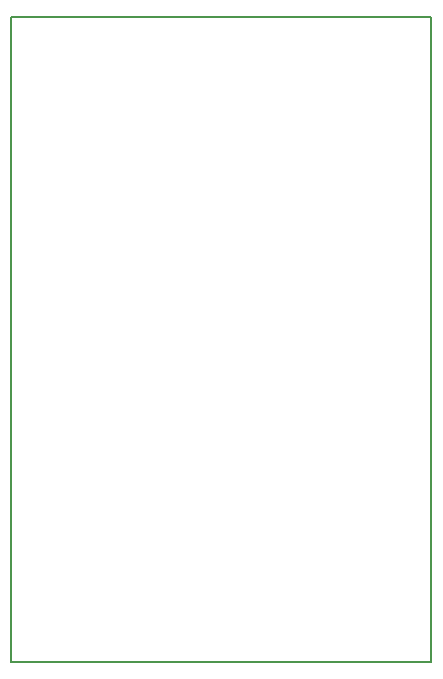
<source format=gbr>
G04 #@! TF.FileFunction,Profile,NP*
%FSLAX46Y46*%
G04 Gerber Fmt 4.6, Leading zero omitted, Abs format (unit mm)*
G04 Created by KiCad (PCBNEW 4.0.5+dfsg1-4) date Sun Aug 13 19:07:22 2017*
%MOMM*%
%LPD*%
G01*
G04 APERTURE LIST*
%ADD10C,0.100000*%
%ADD11C,0.150000*%
G04 APERTURE END LIST*
D10*
D11*
X63500000Y-152400000D02*
X63500000Y-97790000D01*
X99060000Y-152400000D02*
X63500000Y-152400000D01*
X99060000Y-97790000D02*
X99060000Y-152400000D01*
X63500000Y-97790000D02*
X99060000Y-97790000D01*
M02*

</source>
